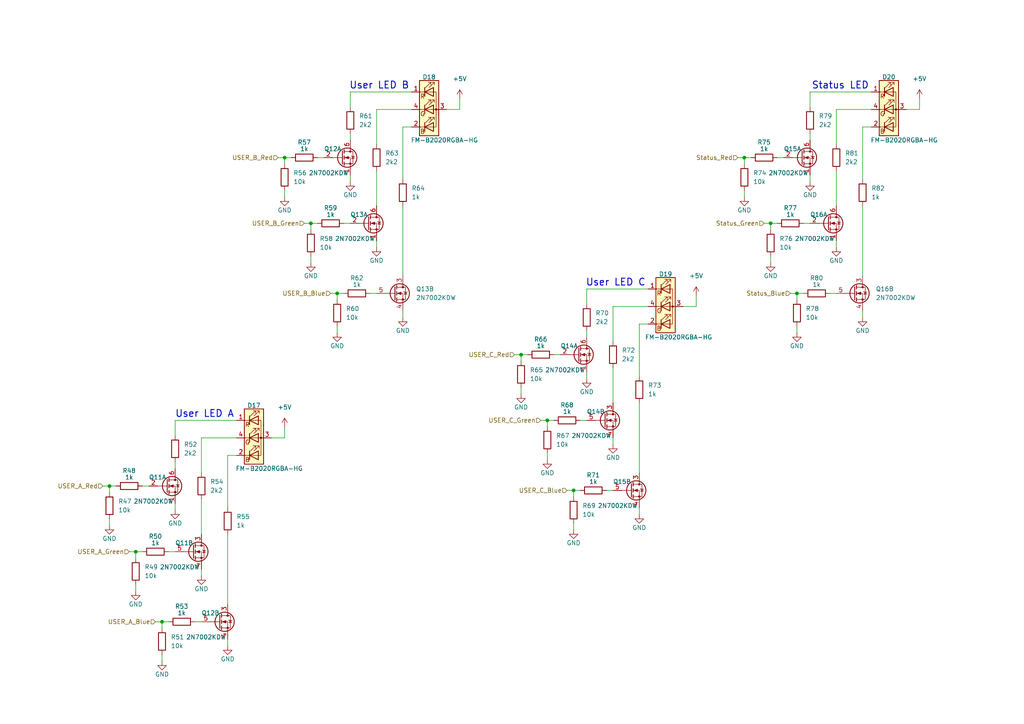
<source format=kicad_sch>
(kicad_sch (version 20211123) (generator eeschema)
  (paper "A4")
  (title_block (title "KCH - Raspberry Pi HAT") (date "2022-06-28") (rev "A (S2L1)") (company "Student Robotics") (comment 1 "RGB LEDs"))
  (lib_symbols
    (symbol "Device:Q_Dual_NMOS_S1G1D2S2G2D1" (pin_names (offset 0) hide)
      (property "Reference" "Q" (at 6.35 1.27 0))
      (property "Value" "Q_Dual_NMOS_S1G1D2S2G2D1" (at 19.05 -1.27 0))
      (symbol "Q_Dual_NMOS_S1G1D2S2G2D1_0_1"
        (polyline (pts (xy 0.254 0) (xy -2.54 0)))
        (polyline (pts (xy 0.254 1.905) (xy 0.254 -1.905)) (stroke (width 0.254)))
        (polyline (pts (xy 0.762 -1.27) (xy 0.762 -2.286)) (stroke (width 0.254)))
        (polyline (pts (xy 0.762 0.508) (xy 0.762 -0.508)) (stroke (width 0.254)))
        (polyline (pts (xy 0.762 2.286) (xy 0.762 1.27)) (stroke (width 0.254)))
        (polyline (pts (xy 2.54 2.54) (xy 2.54 1.778)))
        (polyline (pts (xy 2.54 -2.54) (xy 2.54 0) (xy 0.762 0)))
        (polyline (pts (xy 0.762 -1.778) (xy 3.302 -1.778) (xy 3.302 1.778) (xy 0.762 1.778)))
        (polyline (pts (xy 1.016 0) (xy 2.032 0.381) (xy 2.032 -0.381) (xy 1.016 0)) (fill (type outline)))
        (polyline (pts (xy 2.794 0.508) (xy 2.921 0.381) (xy 3.683 0.381) (xy 3.81 0.254)))
        (polyline (pts (xy 3.302 0.381) (xy 2.921 -0.254) (xy 3.683 -0.254) (xy 3.302 0.381)))
        (circle (center 1.651 0) (radius 2.794) (stroke (width 0.254)))
        (circle (center 2.54 -1.778) (radius 0.254) (fill (type outline)))
        (circle (center 2.54 1.778) (radius 0.254) (fill (type outline)))
      )
      (symbol "Q_Dual_NMOS_S1G1D2S2G2D1_1_1"
        (pin passive line (at 2.54 -5.08 90) (length 2.54) (name "S") (number "1"))
        (pin input line (at -5.08 0 0) (length 2.54) (name "G") (number "2"))
        (pin passive line (at 2.54 5.08 270) (length 2.54) (name "D") (number "6"))
      )
      (symbol "Q_Dual_NMOS_S1G1D2S2G2D1_2_1"
        (pin passive line (at 2.54 5.08 270) (length 2.54) (name "D") (number "3"))
        (pin passive line (at 2.54 -5.08 90) (length 2.54) (name "S") (number "4"))
        (pin input line (at -5.08 0 0) (length 2.54) (name "G") (number "5"))
      )
    )
    (symbol "Device:R" (pin_numbers hide) (pin_names (offset 0))
      (property "Reference" "R" (at 2.032 0 90))
      (property "Value" "R" (at 0 0 90))
      (symbol "R_0_1"
        (rectangle (start -1.016 -2.54) (end 1.016 2.54) (stroke (width 0.254)))
      )
      (symbol "R_1_1"
        (pin passive line (at 0 3.81 270) (length 1.27) (name "~") (number "1"))
        (pin passive line (at 0 -3.81 90) (length 1.27) (name "~") (number "2"))
      )
    )
    (symbol "KCH:FM-B2020RGBA-HG" (pin_names (offset 0) hide)
      (property "Reference" "D" (at 0 9.398 0))
      (property "Value" "FM-B2020RGBA-HG" (at 0 -8.89 0))
      (symbol "FM-B2020RGBA-HG_0_0"
        (text "B" (at -1.905 -6.35 0) (effects (font (size 1.27 1.27))))
        (text "G" (at -1.905 -1.27 0) (effects (font (size 1.27 1.27))))
        (text "R" (at -1.905 3.81 0) (effects (font (size 1.27 1.27))))
      )
      (symbol "FM-B2020RGBA-HG_0_1"
        (polyline (pts (xy -1.27 -5.08) (xy -2.54 -5.08)))
        (polyline (pts (xy -1.27 -5.08) (xy 1.27 -5.08)))
        (polyline (pts (xy -1.27 -3.81) (xy -1.27 -6.35)) (stroke (width 0.254)))
        (polyline (pts (xy -1.27 0) (xy -2.54 0)))
        (polyline (pts (xy -1.27 1.27) (xy -1.27 -1.27)) (stroke (width 0.254)))
        (polyline (pts (xy -1.27 5.08) (xy -2.54 5.08)))
        (polyline (pts (xy -1.27 5.08) (xy 1.27 5.08)))
        (polyline (pts (xy -1.27 6.35) (xy -1.27 3.81)) (stroke (width 0.254)))
        (polyline (pts (xy 1.27 0) (xy -1.27 0)))
        (polyline (pts (xy 1.27 0) (xy 2.54 0)))
        (polyline (pts (xy -1.27 1.27) (xy -1.27 -1.27) (xy -1.27 -1.27)))
        (polyline (pts (xy -1.27 6.35) (xy -1.27 3.81) (xy -1.27 3.81)))
        (polyline (pts (xy 1.27 -5.08) (xy 2.032 -5.08) (xy 2.032 5.08) (xy 1.27 5.08)))
        (polyline (pts (xy 1.27 -3.81) (xy 1.27 -6.35) (xy -1.27 -5.08) (xy 1.27 -3.81)) (stroke (width 0.254)))
        (polyline (pts (xy 1.27 1.27) (xy 1.27 -1.27) (xy -1.27 0) (xy 1.27 1.27)) (stroke (width 0.254)))
        (polyline (pts (xy 1.27 6.35) (xy 1.27 3.81) (xy -1.27 5.08) (xy 1.27 6.35)) (stroke (width 0.254)))
        (polyline (pts (xy -1.016 -3.81) (xy 0.508 -2.286) (xy -0.254 -2.286) (xy 0.508 -2.286) (xy 0.508 -3.048)))
        (polyline (pts (xy -1.016 1.27) (xy 0.508 2.794) (xy -0.254 2.794) (xy 0.508 2.794) (xy 0.508 2.032)))
        (polyline (pts (xy -1.016 6.35) (xy 0.508 7.874) (xy -0.254 7.874) (xy 0.508 7.874) (xy 0.508 7.112)))
        (polyline (pts (xy 0 -3.81) (xy 1.524 -2.286) (xy 0.762 -2.286) (xy 1.524 -2.286) (xy 1.524 -3.048)))
        (polyline (pts (xy 0 1.27) (xy 1.524 2.794) (xy 0.762 2.794) (xy 1.524 2.794) (xy 1.524 2.032)))
        (polyline (pts (xy 0 6.35) (xy 1.524 7.874) (xy 0.762 7.874) (xy 1.524 7.874) (xy 1.524 7.112)))
        (rectangle (start 1.27 -1.27) (end 1.27 1.27))
        (rectangle (start 1.27 1.27) (end 1.27 1.27))
        (rectangle (start 1.27 3.81) (end 1.27 6.35))
        (rectangle (start 1.27 6.35) (end 1.27 6.35))
        (circle (center 2.032 0) (radius 0.254) (fill (type outline)))
        (rectangle (start 2.794 8.382) (end -2.794 -7.62) (stroke (width 0.254)) (fill (type background)))
      )
      (symbol "FM-B2020RGBA-HG_1_1"
        (pin passive line (at -5.08 5.08 0) (length 2.54) (name "RK") (number "1"))
        (pin passive line (at -5.08 -5.08 0) (length 2.54) (name "BK") (number "2"))
        (pin passive line (at 5.08 0 180) (length 2.54) (name "A") (number "3"))
        (pin passive line (at -5.08 0 0) (length 2.54) (name "GK") (number "4"))
      )
    )
    (symbol "power:+5V" (power) (pin_names (offset 0))
      (property "Value" "+5V" (at 0 3.556 0))
      (symbol "+5V_0_1"
        (polyline (pts (xy -0.762 1.27) (xy 0 2.54)))
        (polyline (pts (xy 0 0) (xy 0 2.54)))
        (polyline (pts (xy 0 2.54) (xy 0.762 1.27)))
      )
      (symbol "+5V_1_1"
        (pin power_in line (at 0 0 90) (length 0) hide (name "+5V") (number "1"))
      )
    )
    (symbol "power:GND" (power) (pin_names (offset 0))
      (property "Value" "GND" (at 0 -3.81 0))
      (symbol "GND_0_1"
        (polyline (pts (xy 0 0) (xy 0 -1.27) (xy 1.27 -1.27) (xy 0 -2.54) (xy -1.27 -1.27) (xy 0 -1.27)))
      )
      (symbol "GND_1_1"
        (pin power_in line (at 0 0 270) (length 0) hide (name "GND") (number "1"))
      )
    )
  )
  (junction (at 97.79 85.09))
  (junction (at 151.13 102.87))
  (junction (at 215.9 45.72))
  (junction (at 231.14 85.09))
  (junction (at 223.52 64.77))
  (junction (at 31.75 140.97))
  (junction (at 166.37 142.24))
  (junction (at 82.55 45.72))
  (junction (at 46.99 180.34))
  (junction (at 39.37 160.02))
  (junction (at 90.17 64.77))
  (junction (at 158.75 121.92))
  (wire (pts (xy 185.42 93.98) (xy 187.96 93.98)))
  (wire (pts (xy 101.6 26.67) (xy 119.38 26.67)))
  (wire (pts (xy 66.04 147.32) (xy 66.04 132.08)))
  (wire (pts (xy 82.55 123.825) (xy 82.55 127)))
  (wire (pts (xy 223.52 74.295) (xy 223.52 76.2)))
  (wire (pts (xy 151.13 102.87) (xy 151.13 104.775)))
  (wire (pts (xy 225.425 45.72) (xy 227.33 45.72)))
  (wire (pts (xy 177.8 99.06) (xy 177.8 88.9)))
  (wire (pts (xy 158.75 131.445) (xy 158.75 133.35)))
  (wire (pts (xy 215.9 55.245) (xy 215.9 57.15)))
  (wire (pts (xy 170.18 95.885) (xy 170.18 97.79)))
  (wire (pts (xy 58.42 165.1) (xy 58.42 167.005)))
  (wire (pts (xy 231.14 94.615) (xy 231.14 96.52)))
  (wire (pts (xy 266.7 28.575) (xy 266.7 31.75)))
  (wire (pts (xy 250.19 36.83) (xy 252.73 36.83)))
  (wire (pts (xy 58.42 127) (xy 68.58 127)))
  (wire (pts (xy 185.42 147.32) (xy 185.42 149.225)))
  (wire (pts (xy 158.75 121.92) (xy 158.75 123.825)))
  (wire (pts (xy 82.55 55.245) (xy 82.55 57.15)))
  (wire (pts (xy 58.42 144.78) (xy 58.42 154.94)))
  (wire (pts (xy 58.42 137.16) (xy 58.42 127)))
  (wire (pts (xy 170.18 107.95) (xy 170.18 109.855)))
  (wire (pts (xy 158.75 121.92) (xy 160.655 121.92)))
  (wire (pts (xy 168.275 121.92) (xy 170.18 121.92)))
  (wire (pts (xy 109.22 85.09) (xy 107.315 85.09)))
  (wire (pts (xy 185.42 109.22) (xy 185.42 93.98)))
  (wire (pts (xy 92.075 45.72) (xy 93.98 45.72)))
  (wire (pts (xy 177.8 142.24) (xy 175.895 142.24)))
  (wire (pts (xy 234.95 26.67) (xy 252.73 26.67)))
  (wire (pts (xy 242.57 85.09) (xy 240.665 85.09)))
  (wire (pts (xy 160.655 102.87) (xy 162.56 102.87)))
  (wire (pts (xy 185.42 116.84) (xy 185.42 137.16)))
  (wire (pts (xy 101.6 38.735) (xy 101.6 40.64)))
  (wire (pts (xy 46.99 180.34) (xy 46.99 182.245)))
  (wire (pts (xy 50.8 146.05) (xy 50.8 147.955)))
  (wire (pts (xy 266.7 31.75) (xy 262.89 31.75)))
  (wire (pts (xy 109.22 69.85) (xy 109.22 71.755)))
  (wire (pts (xy 66.04 132.08) (xy 68.58 132.08)))
  (wire (pts (xy 156.845 121.92) (xy 158.75 121.92)))
  (wire (pts (xy 82.55 127) (xy 78.74 127)))
  (wire (pts (xy 39.37 169.545) (xy 39.37 171.45)))
  (wire (pts (xy 82.55 45.72) (xy 82.55 47.625)))
  (wire (pts (xy 223.52 64.77) (xy 223.52 66.675)))
  (wire (pts (xy 82.55 45.72) (xy 84.455 45.72)))
  (wire (pts (xy 97.79 85.09) (xy 95.885 85.09)))
  (wire (pts (xy 233.045 85.09) (xy 231.14 85.09)))
  (wire (pts (xy 116.84 52.07) (xy 116.84 36.83)))
  (wire (pts (xy 234.95 50.8) (xy 234.95 52.705)))
  (wire (pts (xy 170.18 83.82) (xy 187.96 83.82)))
  (wire (pts (xy 215.9 45.72) (xy 217.805 45.72)))
  (wire (pts (xy 101.6 31.115) (xy 101.6 26.67)))
  (wire (pts (xy 213.995 45.72) (xy 215.9 45.72)))
  (wire (pts (xy 66.04 154.94) (xy 66.04 175.26)))
  (wire (pts (xy 231.14 85.09) (xy 229.235 85.09)))
  (wire (pts (xy 109.22 41.91) (xy 109.22 31.75)))
  (wire (pts (xy 46.99 180.34) (xy 45.085 180.34)))
  (wire (pts (xy 133.35 28.575) (xy 133.35 31.75)))
  (wire (pts (xy 48.895 180.34) (xy 46.99 180.34)))
  (wire (pts (xy 201.93 85.725) (xy 201.93 88.9)))
  (wire (pts (xy 46.99 189.865) (xy 46.99 191.77)))
  (wire (pts (xy 234.95 31.115) (xy 234.95 26.67)))
  (wire (pts (xy 58.42 180.34) (xy 56.515 180.34)))
  (wire (pts (xy 90.17 64.77) (xy 90.17 66.675)))
  (wire (pts (xy 177.8 88.9) (xy 187.96 88.9)))
  (wire (pts (xy 109.22 31.75) (xy 119.38 31.75)))
  (wire (pts (xy 133.35 31.75) (xy 129.54 31.75)))
  (wire (pts (xy 50.8 133.985) (xy 50.8 135.89)))
  (wire (pts (xy 31.75 150.495) (xy 31.75 152.4)))
  (wire (pts (xy 231.14 85.09) (xy 231.14 86.995)))
  (wire (pts (xy 149.225 102.87) (xy 151.13 102.87)))
  (wire (pts (xy 97.79 94.615) (xy 97.79 96.52)))
  (wire (pts (xy 242.57 41.91) (xy 242.57 31.75)))
  (wire (pts (xy 151.13 102.87) (xy 153.035 102.87)))
  (wire (pts (xy 170.18 88.265) (xy 170.18 83.82)))
  (wire (pts (xy 101.6 50.8) (xy 101.6 52.705)))
  (wire (pts (xy 48.895 160.02) (xy 50.8 160.02)))
  (wire (pts (xy 250.19 59.69) (xy 250.19 80.01)))
  (wire (pts (xy 168.275 142.24) (xy 166.37 142.24)))
  (wire (pts (xy 250.19 90.17) (xy 250.19 92.075)))
  (wire (pts (xy 39.37 160.02) (xy 41.275 160.02)))
  (wire (pts (xy 90.17 64.77) (xy 92.075 64.77)))
  (wire (pts (xy 166.37 151.765) (xy 166.37 153.67)))
  (wire (pts (xy 66.04 185.42) (xy 66.04 187.325)))
  (wire (pts (xy 116.84 59.69) (xy 116.84 80.01)))
  (wire (pts (xy 151.13 112.395) (xy 151.13 114.3)))
  (wire (pts (xy 166.37 142.24) (xy 166.37 144.145)))
  (wire (pts (xy 166.37 142.24) (xy 164.465 142.24)))
  (wire (pts (xy 177.8 106.68) (xy 177.8 116.84)))
  (wire (pts (xy 50.8 121.92) (xy 68.58 121.92)))
  (wire (pts (xy 90.17 74.295) (xy 90.17 76.2)))
  (wire (pts (xy 242.57 49.53) (xy 242.57 59.69)))
  (wire (pts (xy 234.95 38.735) (xy 234.95 40.64)))
  (wire (pts (xy 97.79 85.09) (xy 97.79 86.995)))
  (wire (pts (xy 88.265 64.77) (xy 90.17 64.77)))
  (wire (pts (xy 41.275 140.97) (xy 43.18 140.97)))
  (wire (pts (xy 233.045 64.77) (xy 234.95 64.77)))
  (wire (pts (xy 177.8 127) (xy 177.8 128.905)))
  (wire (pts (xy 50.8 126.365) (xy 50.8 121.92)))
  (wire (pts (xy 116.84 90.17) (xy 116.84 92.075)))
  (wire (pts (xy 250.19 52.07) (xy 250.19 36.83)))
  (wire (pts (xy 223.52 64.77) (xy 225.425 64.77)))
  (wire (pts (xy 31.75 140.97) (xy 33.655 140.97)))
  (wire (pts (xy 29.845 140.97) (xy 31.75 140.97)))
  (wire (pts (xy 221.615 64.77) (xy 223.52 64.77)))
  (wire (pts (xy 116.84 36.83) (xy 119.38 36.83)))
  (wire (pts (xy 80.645 45.72) (xy 82.55 45.72)))
  (wire (pts (xy 99.695 64.77) (xy 101.6 64.77)))
  (wire (pts (xy 31.75 140.97) (xy 31.75 142.875)))
  (wire (pts (xy 242.57 31.75) (xy 252.73 31.75)))
  (wire (pts (xy 99.695 85.09) (xy 97.79 85.09)))
  (wire (pts (xy 37.465 160.02) (xy 39.37 160.02)))
  (wire (pts (xy 39.37 160.02) (xy 39.37 161.925)))
  (wire (pts (xy 201.93 88.9) (xy 198.12 88.9)))
  (wire (pts (xy 215.9 45.72) (xy 215.9 47.625)))
  (wire (pts (xy 242.57 69.85) (xy 242.57 71.755)))
  (wire (pts (xy 109.22 49.53) (xy 109.22 59.69)))
  (text "User LED B" (at 118.745 26.035 180) (effects (font (size 2 2) (thickness 0.254) bold) (justify right bottom)))
  (text "User LED A" (at 67.945 121.285 180) (effects (font (size 2 2) (thickness 0.254) bold) (justify right bottom)))
  (text "Status LED" (at 252.095 26.035 180) (effects (font (size 2 2) (thickness 0.254) bold) (justify right bottom)))
  (text "User LED C" (at 187.325 83.185 180) (effects (font (size 2 2) (thickness 0.254) bold) (justify right bottom)))
  (hierarchical_label "USER_C_Red" (shape input) (at 149.225 102.87 180))
  (hierarchical_label "USER_C_Green" (shape input) (at 156.845 121.92 180))
  (hierarchical_label "USER_C_Blue" (shape input) (at 164.465 142.24 180))
  (hierarchical_label "USER_B_Blue" (shape input) (at 95.885 85.09 180))
  (hierarchical_label "USER_A_Blue" (shape input) (at 45.085 180.34 180))
  (hierarchical_label "Status_Green" (shape input) (at 221.615 64.77 180))
  (hierarchical_label "USER_A_Red" (shape input) (at 29.845 140.97 180))
  (hierarchical_label "USER_B_Red" (shape input) (at 80.645 45.72 180))
  (hierarchical_label "USER_B_Green" (shape input) (at 88.265 64.77 180))
  (hierarchical_label "Status_Red" (shape input) (at 213.995 45.72 180))
  (hierarchical_label "USER_A_Green" (shape input) (at 37.465 160.02 180))
  (hierarchical_label "Status_Blue" (shape input) (at 229.235 85.09 180))
  (symbol (lib_id "Device:R") (at 158.75 127.635 0) (unit 1)
    (property "Reference" "R67" (at 161.29 126.3649 0) (effects (justify left)))
    (property "Value" "10k" (at 161.29 128.9049 0) (effects (justify left)))
    (property "Footprint" "Resistor_SMD:R_0402_1005Metric" (effects hide))
  )
  (symbol (lib_id "Device:R") (at 231.14 90.805 0) (unit 1)
    (property "Reference" "R78" (at 233.68 89.5349 0) (effects (justify left)))
    (property "Value" "10k" (at 233.68 92.0749 0) (effects (justify left)))
    (property "Footprint" "Resistor_SMD:R_0402_1005Metric" (effects hide))
  )
  (symbol (lib_id "power:GND") (at 101.6 52.705 0) (unit 1)
    (property "Reference" "#PWR067" (effects hide))
    (property "Value" "GND" (at 101.6 56.515 0))
  )
  (symbol (lib_id "Device:R") (at 103.505 85.09 90) (unit 1)
    (property "Reference" "R62" (at 103.505 80.645 90))
    (property "Value" "1k" (at 103.505 82.55 90))
    (property "Footprint" "Resistor_SMD:R_0402_1005Metric" (effects hide))
  )
  (symbol (lib_id "Device:R") (at 234.95 34.925 0) (unit 1)
    (property "Reference" "R79" (at 237.49 33.6549 0) (effects (justify left)))
    (property "Value" "2k2" (at 237.49 36.1949 0) (effects (justify left)))
    (property "Footprint" "Resistor_SMD:R_0402_1005Metric" (effects hide))
  )
  (symbol (lib_id "Device:R") (at 58.42 140.97 0) (unit 1)
    (property "Reference" "R54" (at 60.96 139.6999 0) (effects (justify left)))
    (property "Value" "2k2" (at 60.96 142.2399 0) (effects (justify left)))
    (property "Footprint" "Resistor_SMD:R_0402_1005Metric" (effects hide))
  )
  (symbol (lib_id "Device:R") (at 116.84 55.88 0) (unit 1)
    (property "Reference" "R64" (at 119.38 54.6099 0) (effects (justify left)))
    (property "Value" "1k" (at 119.38 57.1499 0) (effects (justify left)))
    (property "Footprint" "Resistor_SMD:R_0402_1005Metric" (effects hide))
  )
  (symbol (lib_id "Device:R") (at 82.55 51.435 0) (unit 1)
    (property "Reference" "R56" (at 85.09 50.1649 0) (effects (justify left)))
    (property "Value" "10k" (at 85.09 52.7049 0) (effects (justify left)))
    (property "Footprint" "Resistor_SMD:R_0402_1005Metric" (effects hide))
  )
  (symbol (lib_id "Device:R") (at 170.18 92.075 0) (unit 1)
    (property "Reference" "R70" (at 172.72 90.8049 0) (effects (justify left)))
    (property "Value" "2k2" (at 172.72 93.3449 0) (effects (justify left)))
    (property "Footprint" "Resistor_SMD:R_0402_1005Metric" (effects hide))
  )
  (symbol (lib_id "KCH:FM-B2020RGBA-HG") (at 193.04 88.9 0) (unit 1)
    (property "Reference" "D19" (at 193.04 79.502 0))
    (property "Value" "FM-B2020RGBA-HG" (at 196.85 97.79 0))
    (property "Footprint" "project_footprints:FM-B2020RGBA-HG" (effects hide))
    (property "Datasheet" "https://datasheet.lcsc.com/lcsc/1810231210_Foshan-NationStar-Optoelectronics-FM-B2020RGBA-HG_C108793.pdf" (effects hide))
  )
  (symbol (lib_id "Device:R") (at 215.9 51.435 0) (unit 1)
    (property "Reference" "R74" (at 218.44 50.1649 0) (effects (justify left)))
    (property "Value" "10k" (at 218.44 52.7049 0) (effects (justify left)))
    (property "Footprint" "Resistor_SMD:R_0402_1005Metric" (effects hide))
  )
  (symbol (lib_id "Device:R") (at 166.37 147.955 0) (unit 1)
    (property "Reference" "R69" (at 168.91 146.6849 0) (effects (justify left)))
    (property "Value" "10k" (at 168.91 149.2249 0) (effects (justify left)))
    (property "Footprint" "Resistor_SMD:R_0402_1005Metric" (effects hide))
  )
  (symbol (lib_id "Device:R") (at 101.6 34.925 0) (unit 1)
    (property "Reference" "R61" (at 104.14 33.6549 0) (effects (justify left)))
    (property "Value" "2k2" (at 104.14 36.1949 0) (effects (justify left)))
    (property "Footprint" "Resistor_SMD:R_0402_1005Metric" (effects hide))
  )
  (symbol (lib_id "Device:R") (at 164.465 121.92 90) (unit 1)
    (property "Reference" "R68" (at 164.465 117.475 90))
    (property "Value" "1k" (at 164.465 119.38 90))
    (property "Footprint" "Resistor_SMD:R_0402_1005Metric" (effects hide))
  )
  (symbol (lib_id "power:+5V") (at 201.93 85.725 0) (unit 1)
    (property "Reference" "#PWR077" (effects hide))
    (property "Value" "+5V" (at 201.93 80.01 0))
  )
  (symbol (lib_id "power:GND") (at 170.18 109.855 0) (unit 1)
    (property "Reference" "#PWR074" (effects hide))
    (property "Value" "GND" (at 170.18 113.665 0))
  )
  (symbol (lib_id "Device:Q_Dual_NMOS_S1G1D2S2G2D1") (at 167.64 102.87 0) (unit 1)
    (property "Reference" "Q14" (at 162.56 100.33 0) (effects (justify left)))
    (property "Value" "2N7002KDW" (at 158.115 107.315 0) (effects (justify left)))
    (property "Footprint" "Package_TO_SOT_SMD:SOT-363_SC-70-6" (effects hide))
    (property "Datasheet" "https://datasheet.lcsc.com/lcsc/1808151859_PANJIT-International-2N7002KDW_C106992.pdf" (effects hide))
  )
  (symbol (lib_id "power:GND") (at 234.95 52.705 0) (unit 1)
    (property "Reference" "#PWR081" (effects hide))
    (property "Value" "GND" (at 234.95 56.515 0))
  )
  (symbol (lib_id "power:GND") (at 223.52 76.2 0) (unit 1)
    (property "Reference" "#PWR079" (effects hide))
    (property "Value" "GND" (at 223.52 80.01 0))
  )
  (symbol (lib_id "power:GND") (at 97.79 96.52 0) (unit 1)
    (property "Reference" "#PWR066" (effects hide))
    (property "Value" "GND" (at 97.79 100.33 0))
  )
  (symbol (lib_id "power:GND") (at 39.37 171.45 0) (unit 1)
    (property "Reference" "#PWR058" (effects hide))
    (property "Value" "GND" (at 39.37 175.26 0))
  )
  (symbol (lib_id "power:GND") (at 50.8 147.955 0) (unit 1)
    (property "Reference" "#PWR060" (effects hide))
    (property "Value" "GND" (at 50.8 151.765 0))
  )
  (symbol (lib_id "Device:R") (at 177.8 102.87 0) (unit 1)
    (property "Reference" "R72" (at 180.34 101.5999 0) (effects (justify left)))
    (property "Value" "2k2" (at 180.34 104.1399 0) (effects (justify left)))
    (property "Footprint" "Resistor_SMD:R_0402_1005Metric" (effects hide))
  )
  (symbol (lib_id "power:GND") (at 185.42 149.225 0) (mirror y) (unit 1)
    (property "Reference" "#PWR076" (effects hide))
    (property "Value" "GND" (at 185.42 153.035 0))
  )
  (symbol (lib_id "Device:R") (at 95.885 64.77 90) (unit 1)
    (property "Reference" "R59" (at 95.885 60.325 90))
    (property "Value" "1k" (at 95.885 62.23 90))
    (property "Footprint" "Resistor_SMD:R_0402_1005Metric" (effects hide))
  )
  (symbol (lib_id "power:GND") (at 158.75 133.35 0) (unit 1)
    (property "Reference" "#PWR072" (effects hide))
    (property "Value" "GND" (at 158.75 137.16 0))
  )
  (symbol (lib_id "Device:Q_Dual_NMOS_S1G1D2S2G2D1") (at 106.68 64.77 0) (unit 1)
    (property "Reference" "Q13" (at 101.6 62.23 0) (effects (justify left)))
    (property "Value" "2N7002KDW" (at 97.155 69.215 0) (effects (justify left)))
    (property "Footprint" "Package_TO_SOT_SMD:SOT-363_SC-70-6" (effects hide))
    (property "Datasheet" "https://datasheet.lcsc.com/lcsc/1808151859_PANJIT-International-2N7002KDW_C106992.pdf" (effects hide))
  )
  (symbol (lib_id "power:+5V") (at 133.35 28.575 0) (unit 1)
    (property "Reference" "#PWR071" (effects hide))
    (property "Value" "+5V" (at 133.35 22.86 0))
  )
  (symbol (lib_id "power:GND") (at 231.14 96.52 0) (unit 1)
    (property "Reference" "#PWR080" (effects hide))
    (property "Value" "GND" (at 231.14 100.33 0))
  )
  (symbol (lib_id "KCH:FM-B2020RGBA-HG") (at 257.81 31.75 0) (unit 1)
    (property "Reference" "D20" (at 257.81 22.352 0))
    (property "Value" "FM-B2020RGBA-HG" (at 262.255 40.64 0))
    (property "Footprint" "project_footprints:FM-B2020RGBA-HG" (effects hide))
    (property "Datasheet" "https://datasheet.lcsc.com/lcsc/1810231210_Foshan-NationStar-Optoelectronics-FM-B2020RGBA-HG_C108793.pdf" (effects hide))
  )
  (symbol (lib_id "KCH:FM-B2020RGBA-HG") (at 124.46 31.75 0) (unit 1)
    (property "Reference" "D18" (at 124.46 22.352 0))
    (property "Value" "FM-B2020RGBA-HG" (at 128.905 40.64 0))
    (property "Footprint" "project_footprints:FM-B2020RGBA-HG" (effects hide))
    (property "Datasheet" "https://datasheet.lcsc.com/lcsc/1810231210_Foshan-NationStar-Optoelectronics-FM-B2020RGBA-HG_C108793.pdf" (effects hide))
  )
  (symbol (lib_id "Device:Q_Dual_NMOS_S1G1D2S2G2D1") (at 114.3 85.09 0) (unit 2)
    (property "Reference" "Q13" (at 120.65 83.8199 0) (effects (justify left)))
    (property "Value" "2N7002KDW" (at 120.65 86.3599 0) (effects (justify left)))
    (property "Footprint" "Package_TO_SOT_SMD:SOT-363_SC-70-6" (effects hide))
    (property "Datasheet" "https://datasheet.lcsc.com/lcsc/1808151859_PANJIT-International-2N7002KDW_C106992.pdf" (effects hide))
  )
  (symbol (lib_id "power:GND") (at 242.57 71.755 0) (unit 1)
    (property "Reference" "#PWR082" (effects hide))
    (property "Value" "GND" (at 242.57 75.565 0))
  )
  (symbol (lib_id "Device:R") (at 52.705 180.34 90) (unit 1)
    (property "Reference" "R53" (at 52.705 175.895 90))
    (property "Value" "1k" (at 52.705 177.8 90))
    (property "Footprint" "Resistor_SMD:R_0402_1005Metric" (effects hide))
  )
  (symbol (lib_id "power:GND") (at 116.84 92.075 0) (mirror y) (unit 1)
    (property "Reference" "#PWR069" (effects hide))
    (property "Value" "GND" (at 116.84 95.885 0))
  )
  (symbol (lib_id "power:GND") (at 109.22 71.755 0) (unit 1)
    (property "Reference" "#PWR068" (effects hide))
    (property "Value" "GND" (at 109.22 75.565 0))
  )
  (symbol (lib_id "power:GND") (at 90.17 76.2 0) (unit 1)
    (property "Reference" "#PWR065" (effects hide))
    (property "Value" "GND" (at 90.17 80.01 0))
  )
  (symbol (lib_id "power:GND") (at 166.37 153.67 0) (unit 1)
    (property "Reference" "#PWR073" (effects hide))
    (property "Value" "GND" (at 166.37 157.48 0))
  )
  (symbol (lib_id "power:GND") (at 215.9 57.15 0) (unit 1)
    (property "Reference" "#PWR078" (effects hide))
    (property "Value" "GND" (at 215.9 60.96 0))
  )
  (symbol (lib_id "Device:R") (at 66.04 151.13 0) (unit 1)
    (property "Reference" "R55" (at 68.58 149.8599 0) (effects (justify left)))
    (property "Value" "1k" (at 68.58 152.3999 0) (effects (justify left)))
    (property "Footprint" "Resistor_SMD:R_0402_1005Metric" (effects hide))
  )
  (symbol (lib_id "Device:Q_Dual_NMOS_S1G1D2S2G2D1") (at 175.26 121.92 0) (unit 2)
    (property "Reference" "Q14" (at 170.18 119.38 0) (effects (justify left)))
    (property "Value" "2N7002KDW" (at 165.735 126.365 0) (effects (justify left)))
    (property "Footprint" "Package_TO_SOT_SMD:SOT-363_SC-70-6" (effects hide))
    (property "Datasheet" "https://datasheet.lcsc.com/lcsc/1808151859_PANJIT-International-2N7002KDW_C106992.pdf" (effects hide))
  )
  (symbol (lib_id "Device:R") (at 37.465 140.97 90) (unit 1)
    (property "Reference" "R48" (at 37.465 136.525 90))
    (property "Value" "1k" (at 37.465 138.43 90))
    (property "Footprint" "Resistor_SMD:R_0402_1005Metric" (effects hide))
  )
  (symbol (lib_id "Device:R") (at 151.13 108.585 0) (unit 1)
    (property "Reference" "R65" (at 153.67 107.3149 0) (effects (justify left)))
    (property "Value" "10k" (at 153.67 109.8549 0) (effects (justify left)))
    (property "Footprint" "Resistor_SMD:R_0402_1005Metric" (effects hide))
  )
  (symbol (lib_id "Device:R") (at 221.615 45.72 90) (unit 1)
    (property "Reference" "R75" (at 221.615 41.275 90))
    (property "Value" "1k" (at 221.615 43.18 90))
    (property "Footprint" "Resistor_SMD:R_0402_1005Metric" (effects hide))
  )
  (symbol (lib_id "power:GND") (at 177.8 128.905 0) (unit 1)
    (property "Reference" "#PWR075" (effects hide))
    (property "Value" "GND" (at 177.8 132.715 0))
  )
  (symbol (lib_id "Device:R") (at 229.235 64.77 90) (unit 1)
    (property "Reference" "R77" (at 229.235 60.325 90))
    (property "Value" "1k" (at 229.235 62.23 90))
    (property "Footprint" "Resistor_SMD:R_0402_1005Metric" (effects hide))
  )
  (symbol (lib_id "Device:R") (at 39.37 165.735 0) (unit 1)
    (property "Reference" "R49" (at 41.91 164.4649 0) (effects (justify left)))
    (property "Value" "10k" (at 41.91 167.0049 0) (effects (justify left)))
    (property "Footprint" "Resistor_SMD:R_0402_1005Metric" (effects hide))
  )
  (symbol (lib_id "Device:R") (at 97.79 90.805 0) (unit 1)
    (property "Reference" "R60" (at 100.33 89.5349 0) (effects (justify left)))
    (property "Value" "10k" (at 100.33 92.0749 0) (effects (justify left)))
    (property "Footprint" "Resistor_SMD:R_0402_1005Metric" (effects hide))
  )
  (symbol (lib_id "Device:R") (at 242.57 45.72 0) (unit 1)
    (property "Reference" "R81" (at 245.11 44.4499 0) (effects (justify left)))
    (property "Value" "2k2" (at 245.11 46.9899 0) (effects (justify left)))
    (property "Footprint" "Resistor_SMD:R_0402_1005Metric" (effects hide))
  )
  (symbol (lib_id "power:GND") (at 66.04 187.325 0) (mirror y) (unit 1)
    (property "Reference" "#PWR062" (effects hide))
    (property "Value" "GND" (at 66.04 191.135 0))
  )
  (symbol (lib_id "Device:Q_Dual_NMOS_S1G1D2S2G2D1") (at 240.03 64.77 0) (unit 1)
    (property "Reference" "Q16" (at 234.95 62.23 0) (effects (justify left)))
    (property "Value" "2N7002KDW" (at 230.505 69.215 0) (effects (justify left)))
    (property "Footprint" "Package_TO_SOT_SMD:SOT-363_SC-70-6" (effects hide))
    (property "Datasheet" "https://datasheet.lcsc.com/lcsc/1808151859_PANJIT-International-2N7002KDW_C106992.pdf" (effects hide))
  )
  (symbol (lib_id "Device:R") (at 46.99 186.055 0) (unit 1)
    (property "Reference" "R51" (at 49.53 184.7849 0) (effects (justify left)))
    (property "Value" "10k" (at 49.53 187.3249 0) (effects (justify left)))
    (property "Footprint" "Resistor_SMD:R_0402_1005Metric" (effects hide))
  )
  (symbol (lib_id "KCH:FM-B2020RGBA-HG") (at 73.66 127 0) (unit 1)
    (property "Reference" "D17" (at 73.66 117.602 0))
    (property "Value" "FM-B2020RGBA-HG" (at 78.105 135.89 0))
    (property "Footprint" "project_footprints:FM-B2020RGBA-HG" (effects hide))
    (property "Datasheet" "https://datasheet.lcsc.com/lcsc/1810231210_Foshan-NationStar-Optoelectronics-FM-B2020RGBA-HG_C108793.pdf" (effects hide))
  )
  (symbol (lib_id "power:+5V") (at 266.7 28.575 0) (unit 1)
    (property "Reference" "#PWR084" (effects hide))
    (property "Value" "+5V" (at 266.7 22.86 0))
  )
  (symbol (lib_id "Device:R") (at 156.845 102.87 90) (unit 1)
    (property "Reference" "R66" (at 156.845 98.425 90))
    (property "Value" "1k" (at 156.845 100.33 90))
    (property "Footprint" "Resistor_SMD:R_0402_1005Metric" (effects hide))
  )
  (symbol (lib_id "Device:R") (at 45.085 160.02 90) (unit 1)
    (property "Reference" "R50" (at 45.085 155.575 90))
    (property "Value" "1k" (at 45.085 157.48 90))
    (property "Footprint" "Resistor_SMD:R_0402_1005Metric" (effects hide))
  )
  (symbol (lib_id "Device:R") (at 250.19 55.88 0) (unit 1)
    (property "Reference" "R82" (at 252.73 54.6099 0) (effects (justify left)))
    (property "Value" "1k" (at 252.73 57.1499 0) (effects (justify left)))
    (property "Footprint" "Resistor_SMD:R_0402_1005Metric" (effects hide))
  )
  (symbol (lib_id "power:GND") (at 151.13 114.3 0) (unit 1)
    (property "Reference" "#PWR070" (effects hide))
    (property "Value" "GND" (at 151.13 118.11 0))
  )
  (symbol (lib_id "Device:R") (at 223.52 70.485 0) (unit 1)
    (property "Reference" "R76" (at 226.06 69.2149 0) (effects (justify left)))
    (property "Value" "10k" (at 226.06 71.7549 0) (effects (justify left)))
    (property "Footprint" "Resistor_SMD:R_0402_1005Metric" (effects hide))
  )
  (symbol (lib_id "Device:R") (at 185.42 113.03 0) (unit 1)
    (property "Reference" "R73" (at 187.96 111.7599 0) (effects (justify left)))
    (property "Value" "1k" (at 187.96 114.2999 0) (effects (justify left)))
    (property "Footprint" "Resistor_SMD:R_0402_1005Metric" (effects hide))
  )
  (symbol (lib_id "Device:R") (at 31.75 146.685 0) (unit 1)
    (property "Reference" "R47" (at 34.29 145.4149 0) (effects (justify left)))
    (property "Value" "10k" (at 34.29 147.9549 0) (effects (justify left)))
    (property "Footprint" "Resistor_SMD:R_0402_1005Metric" (effects hide))
  )
  (symbol (lib_id "Device:R") (at 50.8 130.175 0) (unit 1)
    (property "Reference" "R52" (at 53.34 128.9049 0) (effects (justify left)))
    (property "Value" "2k2" (at 53.34 131.4449 0) (effects (justify left)))
    (property "Footprint" "Resistor_SMD:R_0402_1005Metric" (effects hide))
  )
  (symbol (lib_id "Device:Q_Dual_NMOS_S1G1D2S2G2D1") (at 99.06 45.72 0) (unit 1)
    (property "Reference" "Q12" (at 93.98 43.18 0) (effects (justify left)))
    (property "Value" "2N7002KDW" (at 89.535 50.165 0) (effects (justify left)))
    (property "Footprint" "Package_TO_SOT_SMD:SOT-363_SC-70-6" (effects hide))
    (property "Datasheet" "https://datasheet.lcsc.com/lcsc/1808151859_PANJIT-International-2N7002KDW_C106992.pdf" (effects hide))
  )
  (symbol (lib_id "power:GND") (at 250.19 92.075 0) (mirror y) (unit 1)
    (property "Reference" "#PWR083" (effects hide))
    (property "Value" "GND" (at 250.19 95.885 0))
  )
  (symbol (lib_id "Device:Q_Dual_NMOS_S1G1D2S2G2D1") (at 63.5 180.34 0) (unit 2)
    (property "Reference" "Q12" (at 58.42 177.8 0) (effects (justify left)))
    (property "Value" "2N7002KDW" (at 53.975 184.785 0) (effects (justify left)))
    (property "Footprint" "Package_TO_SOT_SMD:SOT-363_SC-70-6" (effects hide))
    (property "Datasheet" "https://datasheet.lcsc.com/lcsc/1808151859_PANJIT-International-2N7002KDW_C106992.pdf" (effects hide))
  )
  (symbol (lib_id "Device:Q_Dual_NMOS_S1G1D2S2G2D1") (at 48.26 140.97 0) (unit 1)
    (property "Reference" "Q11" (at 43.18 138.43 0) (effects (justify left)))
    (property "Value" "2N7002KDW" (at 38.735 145.415 0) (effects (justify left)))
    (property "Footprint" "Package_TO_SOT_SMD:SOT-363_SC-70-6" (effects hide))
    (property "Datasheet" "https://datasheet.lcsc.com/lcsc/1808151859_PANJIT-International-2N7002KDW_C106992.pdf" (effects hide))
  )
  (symbol (lib_id "power:GND") (at 46.99 191.77 0) (unit 1)
    (property "Reference" "#PWR059" (effects hide))
    (property "Value" "GND" (at 46.99 195.58 0))
  )
  (symbol (lib_id "Device:R") (at 109.22 45.72 0) (unit 1)
    (property "Reference" "R63" (at 111.76 44.4499 0) (effects (justify left)))
    (property "Value" "2k2" (at 111.76 46.9899 0) (effects (justify left)))
    (property "Footprint" "Resistor_SMD:R_0402_1005Metric" (effects hide))
  )
  (symbol (lib_id "power:+5V") (at 82.55 123.825 0) (unit 1)
    (property "Reference" "#PWR064" (effects hide))
    (property "Value" "+5V" (at 82.55 118.11 0))
  )
  (symbol (lib_id "power:GND") (at 82.55 57.15 0) (unit 1)
    (property "Reference" "#PWR063" (effects hide))
    (property "Value" "GND" (at 82.55 60.96 0))
  )
  (symbol (lib_id "Device:Q_Dual_NMOS_S1G1D2S2G2D1") (at 182.88 142.24 0) (unit 2)
    (property "Reference" "Q15" (at 177.8 139.7 0) (effects (justify left)))
    (property "Value" "2N7002KDW" (at 173.355 146.685 0) (effects (justify left)))
    (property "Footprint" "Package_TO_SOT_SMD:SOT-363_SC-70-6" (effects hide))
    (property "Datasheet" "https://datasheet.lcsc.com/lcsc/1808151859_PANJIT-International-2N7002KDW_C106992.pdf" (effects hide))
  )
  (symbol (lib_id "Device:Q_Dual_NMOS_S1G1D2S2G2D1") (at 247.65 85.09 0) (unit 2)
    (property "Reference" "Q16" (at 254 83.8199 0) (effects (justify left)))
    (property "Value" "2N7002KDW" (at 254 86.3599 0) (effects (justify left)))
    (property "Footprint" "Package_TO_SOT_SMD:SOT-363_SC-70-6" (effects hide))
    (property "Datasheet" "https://datasheet.lcsc.com/lcsc/1808151859_PANJIT-International-2N7002KDW_C106992.pdf" (effects hide))
  )
  (symbol (lib_id "Device:Q_Dual_NMOS_S1G1D2S2G2D1") (at 55.88 160.02 0) (unit 2)
    (property "Reference" "Q11" (at 50.8 157.48 0) (effects (justify left)))
    (property "Value" "2N7002KDW" (at 46.355 164.465 0) (effects (justify left)))
    (property "Footprint" "Package_TO_SOT_SMD:SOT-363_SC-70-6" (effects hide))
    (property "Datasheet" "https://datasheet.lcsc.com/lcsc/1808151859_PANJIT-International-2N7002KDW_C106992.pdf" (effects hide))
  )
  (symbol (lib_id "power:GND") (at 31.75 152.4 0) (unit 1)
    (property "Reference" "#PWR057" (effects hide))
    (property "Value" "GND" (at 31.75 156.21 0))
  )
  (symbol (lib_id "Device:R") (at 90.17 70.485 0) (unit 1)
    (property "Reference" "R58" (at 92.71 69.2149 0) (effects (justify left)))
    (property "Value" "10k" (at 92.71 71.7549 0) (effects (justify left)))
    (property "Footprint" "Resistor_SMD:R_0402_1005Metric" (effects hide))
  )
  (symbol (lib_id "Device:R") (at 236.855 85.09 90) (unit 1)
    (property "Reference" "R80" (at 236.855 80.645 90))
    (property "Value" "1k" (at 236.855 82.55 90))
    (property "Footprint" "Resistor_SMD:R_0402_1005Metric" (effects hide))
  )
  (symbol (lib_id "Device:R") (at 172.085 142.24 90) (unit 1)
    (property "Reference" "R71" (at 172.085 137.795 90))
    (property "Value" "1k" (at 172.085 139.7 90))
    (property "Footprint" "Resistor_SMD:R_0402_1005Metric" (effects hide))
  )
  (symbol (lib_id "Device:R") (at 88.265 45.72 90) (unit 1)
    (property "Reference" "R57" (at 88.265 41.275 90))
    (property "Value" "1k" (at 88.265 43.18 90))
    (property "Footprint" "Resistor_SMD:R_0402_1005Metric" (effects hide))
  )
  (symbol (lib_id "Device:Q_Dual_NMOS_S1G1D2S2G2D1") (at 232.41 45.72 0) (unit 1)
    (property "Reference" "Q15" (at 227.33 43.18 0) (effects (justify left)))
    (property "Value" "2N7002KDW" (at 222.885 50.165 0) (effects (justify left)))
    (property "Footprint" "Package_TO_SOT_SMD:SOT-363_SC-70-6" (effects hide))
    (property "Datasheet" "https://datasheet.lcsc.com/lcsc/1808151859_PANJIT-International-2N7002KDW_C106992.pdf" (effects hide))
  )
  (symbol (lib_id "power:GND") (at 58.42 167.005 0) (unit 1)
    (property "Reference" "#PWR061" (effects hide))
    (property "Value" "GND" (at 58.42 170.815 0))
  )
)
</source>
